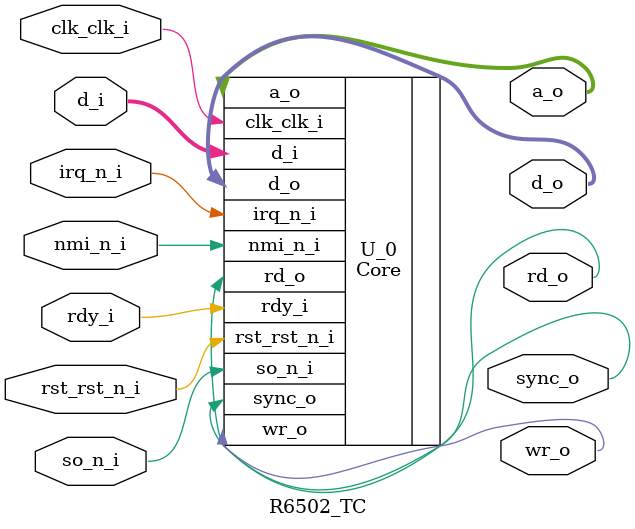
<source format=v>
`define false 1'b 0
`define FALSE 1'b 0
`define true 1'b 1
`define TRUE 1'b 1

`timescale 1 ns / 1 ns // timescale for following modules



module R6502_TC (
   clk_clk_i,
   d_i,
   irq_n_i,
   nmi_n_i,
   rdy_i,
   rst_rst_n_i,
   so_n_i,
   a_o,
   d_o,
   rd_o,
   sync_o,
   wr_o);
 

input   clk_clk_i; 
input   [7:0] d_i; 
input   irq_n_i; 
input   nmi_n_i; 
input   rdy_i; 
input   rst_rst_n_i; 
input   so_n_i; 
output   [15:0] a_o; 
output   [7:0] d_o; 
output   rd_o; 
output   sync_o; 
output   wr_o; 


//  Jens-D. Gutschmidt     Project:  R6502_TC  
//  scantara2003@yahoo.de                      
//  COPYRIGHT (C) 2008-2009 by Jens Gutschmidt and OPENCORES.ORG                                                                                
//                                                                                                                                              
//  This program is free software: you can redistribute it and/or modify it under the terms of the GNU General Public License as published by   
//  the Free Software Foundation, either version 3 of the License, or any later version.                                                        
//                                                                                                                                              
//  This program is distributed in the hope that it will be useful, but WITHOUT ANY WARRANTY; without even the implied warranty of              
//  MERCHANTABILITY or FITNESS FOR A PARTICULAR PURPOSE.  See the GNU General Public License for more details.                                  
//                                                                                                                                              
//  You should have received a copy of the GNU General Public License along with this program.  If not, see <http://www.gnu.org/licenses/>.     
//                                                                                                                                              
//  CVS Revisins History                                                                                                                        
//                                                                                                                                              
//  $Log: not supported by cvs2svn $                                                                                                                         
//    <<-- more -->>                                                                                                                            
//  Title:  Top Level  
//  Path:  R6502_TC/R6502_TC/struct  
//  Edited:  by eda on 10 Feb 2009  
// 
//  VHDL Architecture R6502_TC.R6502_TC.struct
// 
//  Created:
//           by - eda.UNKNOWN (ENTWICKL4-XP-PR)
//           at - 11:47:58 23.02.2009
// 
//  Generated by Mentor Graphics' HDL Designer(TM) 2007.1a (Build 13)
// 
wire    [15:0] a_o; 
wire    [7:0] d_o; 
wire    rd_o; 
wire    sync_o; 
wire    wr_o; 

//  Declarations

//  Optional embedded configurations
//  pragma synthesis_off

//  pragma synthesis_on
//  Instance port mappings.

Core U_0 (.clk_clk_i(clk_clk_i),
          .d_i(d_i),
          .irq_n_i(irq_n_i),
          .nmi_n_i(nmi_n_i),
          .rdy_i(rdy_i),
          .rst_rst_n_i(rst_rst_n_i),
          .so_n_i(so_n_i),
          .a_o(a_o),
          .d_o(d_o),
          .rd_o(rd_o),
          .sync_o(sync_o),
          .wr_o(wr_o));

//  Architecture declarations
//  Internal signal declarations
//  Component Declarations

endmodule // module R6502_TC


</source>
